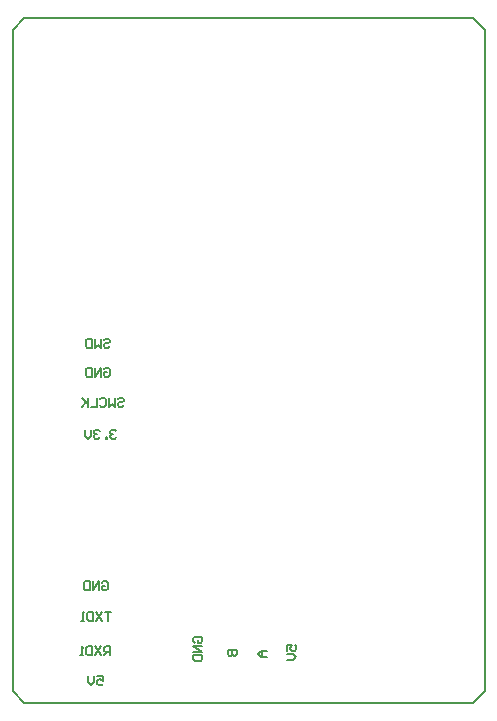
<source format=gbo>
%FSLAX25Y25*%
%MOIN*%
G70*
G01*
G75*
G04 Layer_Color=32896*
%ADD10C,0.01200*%
%ADD11C,0.00800*%
%ADD12C,0.01500*%
%ADD13C,0.02000*%
%ADD14C,0.04000*%
%ADD15C,0.01000*%
%ADD16R,0.03347X0.02756*%
%ADD17R,0.02756X0.03347*%
%ADD18O,0.05500X0.02500*%
%ADD19R,0.05500X0.02500*%
%ADD20R,0.07874X0.07874*%
%ADD21R,0.07087X0.03937*%
%ADD22R,0.05118X0.03937*%
%ADD23R,0.07874X0.07874*%
%ADD24O,0.01969X0.03543*%
%ADD25O,0.01969X0.03543*%
%ADD26R,0.01969X0.03543*%
%ADD27O,0.04724X0.00984*%
%ADD28R,0.04724X0.01772*%
%ADD29O,0.04724X0.01772*%
%ADD30O,0.00984X0.04724*%
%ADD31O,0.01772X0.04724*%
%ADD32R,0.03937X0.02362*%
%ADD33R,0.04724X0.02362*%
%ADD34R,0.06299X0.07087*%
%ADD35R,0.03347X0.01575*%
%ADD36C,0.03000*%
%ADD37C,0.00500*%
%ADD38R,0.05906X0.05906*%
%ADD39C,0.05906*%
%ADD40R,0.05906X0.05906*%
%ADD41R,0.19685X0.23622*%
%ADD42C,0.02000*%
%ADD43C,0.03000*%
%ADD44C,0.00787*%
%ADD45R,0.04147X0.03556*%
%ADD46R,0.03556X0.04147*%
%ADD47O,0.06300X0.03300*%
%ADD48R,0.06300X0.03300*%
%ADD49R,0.08674X0.08674*%
%ADD50R,0.07887X0.04737*%
%ADD51R,0.05918X0.04737*%
%ADD52R,0.08674X0.08674*%
%ADD53O,0.02769X0.04343*%
%ADD54O,0.02769X0.04343*%
%ADD55R,0.02769X0.04343*%
%ADD56O,0.05524X0.01784*%
%ADD57R,0.05524X0.02572*%
%ADD58O,0.05524X0.02572*%
%ADD59O,0.01784X0.05524*%
%ADD60O,0.02572X0.05524*%
%ADD61R,0.04737X0.03162*%
%ADD62R,0.05524X0.03162*%
%ADD63R,0.07099X0.07887*%
%ADD64R,0.03740X0.01969*%
%ADD65R,0.06706X0.06706*%
%ADD66C,0.06706*%
%ADD67R,0.06706X0.06706*%
%ADD68R,0.20485X0.24422*%
D37*
X132300Y-177301D02*
X131800Y-176801D01*
X130800D01*
X130301Y-177301D01*
Y-177801D01*
X130800Y-178300D01*
X131300D01*
X130800D01*
X130301Y-178800D01*
Y-179300D01*
X130800Y-179800D01*
X131800D01*
X132300Y-179300D01*
X129301Y-179800D02*
Y-179300D01*
X128801D01*
Y-179800D01*
X129301D01*
X126802Y-177301D02*
X126302Y-176801D01*
X125302D01*
X124802Y-177301D01*
Y-177801D01*
X125302Y-178300D01*
X125802D01*
X125302D01*
X124802Y-178800D01*
Y-179300D01*
X125302Y-179800D01*
X126302D01*
X126802Y-179300D01*
X123803Y-176801D02*
Y-178800D01*
X122803Y-179800D01*
X121803Y-178800D01*
Y-176801D01*
X132801Y-166601D02*
X133300Y-166101D01*
X134300D01*
X134800Y-166601D01*
Y-167101D01*
X134300Y-167601D01*
X133300D01*
X132801Y-168100D01*
Y-168600D01*
X133300Y-169100D01*
X134300D01*
X134800Y-168600D01*
X131801Y-166101D02*
Y-169100D01*
X130801Y-168100D01*
X129802Y-169100D01*
Y-166101D01*
X126803Y-166601D02*
X127302Y-166101D01*
X128302D01*
X128802Y-166601D01*
Y-168600D01*
X128302Y-169100D01*
X127302D01*
X126803Y-168600D01*
X125803Y-166101D02*
Y-169100D01*
X123804D01*
X122804Y-166101D02*
Y-169100D01*
Y-168100D01*
X120805Y-166101D01*
X122304Y-167601D01*
X120805Y-169100D01*
X128101Y-146901D02*
X128601Y-146401D01*
X129600D01*
X130100Y-146901D01*
Y-147401D01*
X129600Y-147900D01*
X128601D01*
X128101Y-148400D01*
Y-148900D01*
X128601Y-149400D01*
X129600D01*
X130100Y-148900D01*
X127101Y-146401D02*
Y-149400D01*
X126101Y-148400D01*
X125102Y-149400D01*
Y-146401D01*
X124102D02*
Y-149400D01*
X122602D01*
X122103Y-148900D01*
Y-146901D01*
X122602Y-146401D01*
X124102D01*
X128101Y-156701D02*
X128601Y-156201D01*
X129600D01*
X130100Y-156701D01*
Y-158700D01*
X129600Y-159200D01*
X128601D01*
X128101Y-158700D01*
Y-157701D01*
X129100D01*
X127101Y-159200D02*
Y-156201D01*
X125102Y-159200D01*
Y-156201D01*
X124102D02*
Y-159200D01*
X122602D01*
X122103Y-158700D01*
Y-156701D01*
X122602Y-156201D01*
X124102D01*
X127501Y-227801D02*
X128000Y-227301D01*
X129000D01*
X129500Y-227801D01*
Y-229800D01*
X129000Y-230300D01*
X128000D01*
X127501Y-229800D01*
Y-228801D01*
X128500D01*
X126501Y-230300D02*
Y-227301D01*
X124502Y-230300D01*
Y-227301D01*
X123502D02*
Y-230300D01*
X122002D01*
X121503Y-229800D01*
Y-227801D01*
X122002Y-227301D01*
X123502D01*
X130600Y-237401D02*
X128601D01*
X129600D01*
Y-240400D01*
X127601Y-237401D02*
X125602Y-240400D01*
Y-237401D02*
X127601Y-240400D01*
X124602Y-237401D02*
Y-240400D01*
X123102D01*
X122603Y-239900D01*
Y-237901D01*
X123102Y-237401D01*
X124602D01*
X121603Y-240400D02*
X120603D01*
X121103D01*
Y-237401D01*
X121603Y-237901D01*
X130300Y-251900D02*
Y-248901D01*
X128800D01*
X128301Y-249401D01*
Y-250400D01*
X128800Y-250900D01*
X130300D01*
X129300D02*
X128301Y-251900D01*
X127301Y-248901D02*
X125302Y-251900D01*
Y-248901D02*
X127301Y-251900D01*
X124302Y-248901D02*
Y-251900D01*
X122802D01*
X122303Y-251400D01*
Y-249401D01*
X122802Y-248901D01*
X124302D01*
X121303Y-251900D02*
X120303D01*
X120803D01*
Y-248901D01*
X121303Y-249401D01*
X126001Y-258901D02*
X128000D01*
Y-260401D01*
X127000Y-259901D01*
X126500D01*
X126001Y-260401D01*
Y-261400D01*
X126500Y-261900D01*
X127500D01*
X128000Y-261400D01*
X125001Y-258901D02*
Y-260900D01*
X124001Y-261900D01*
X123002Y-260900D01*
Y-258901D01*
X158501Y-247799D02*
X158001Y-247300D01*
Y-246300D01*
X158501Y-245800D01*
X160500D01*
X161000Y-246300D01*
Y-247300D01*
X160500Y-247799D01*
X159501D01*
Y-246800D01*
X161000Y-248799D02*
X158001D01*
X161000Y-250798D01*
X158001D01*
Y-251798D02*
X161000D01*
Y-253298D01*
X160500Y-253797D01*
X158501D01*
X158001Y-253298D01*
Y-251798D01*
X169501Y-250100D02*
X172500D01*
Y-251600D01*
X172000Y-252099D01*
X171500D01*
X171001Y-251600D01*
Y-250100D01*
Y-251600D01*
X170501Y-252099D01*
X170001D01*
X169501Y-251600D01*
Y-250100D01*
X182400Y-250400D02*
X180401D01*
X179401Y-251400D01*
X180401Y-252399D01*
X182400D01*
X180901D01*
Y-250400D01*
X189301Y-250499D02*
Y-248500D01*
X190800D01*
X190301Y-249500D01*
Y-249999D01*
X190800Y-250499D01*
X191800D01*
X192300Y-249999D01*
Y-249000D01*
X191800Y-248500D01*
X189301Y-251499D02*
X191300D01*
X192300Y-252499D01*
X191300Y-253498D01*
X189301D01*
X251306Y-267900D02*
X255243Y-263963D01*
Y-43490D01*
X251306Y-39553D02*
X255243Y-43490D01*
X101700Y-39553D02*
X133800D01*
X133196D02*
X184000D01*
X182409D02*
X233600D01*
X231621D02*
X251306D01*
X97763Y-43490D02*
X101700Y-39553D01*
X97763Y-263963D02*
Y-43490D01*
Y-263963D02*
X101700Y-267900D01*
X251306D01*
X101700D02*
X251306D01*
X97763Y-263963D02*
X101700Y-267900D01*
X97763Y-263963D02*
Y-43490D01*
X101700Y-39553D01*
X231621D02*
X251306D01*
X182409D02*
X233600D01*
X133196D02*
X184000D01*
X101700D02*
X133800D01*
X251306D02*
X255243Y-43490D01*
Y-263963D02*
Y-43490D01*
X251306Y-267900D02*
X255243Y-263963D01*
M02*

</source>
